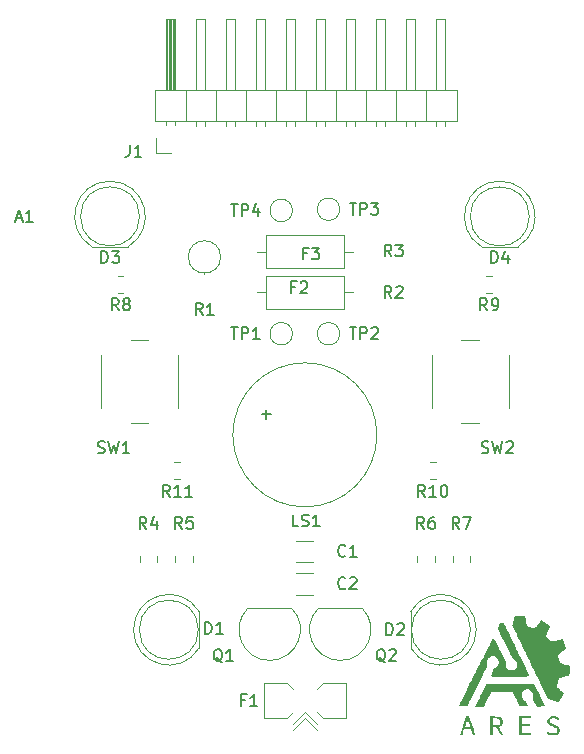
<source format=gbr>
%TF.GenerationSoftware,KiCad,Pcbnew,(6.0.10)*%
%TF.CreationDate,2023-08-29T00:03:06+02:00*%
%TF.ProjectId,Rentree ARES,52656e74-7265-4652-9041-5245532e6b69,rev?*%
%TF.SameCoordinates,Original*%
%TF.FileFunction,Legend,Top*%
%TF.FilePolarity,Positive*%
%FSLAX46Y46*%
G04 Gerber Fmt 4.6, Leading zero omitted, Abs format (unit mm)*
G04 Created by KiCad (PCBNEW (6.0.10)) date 2023-08-29 00:03:06*
%MOMM*%
%LPD*%
G01*
G04 APERTURE LIST*
%ADD10C,0.150000*%
%ADD11C,0.120000*%
G04 APERTURE END LIST*
D10*
%TO.C,F2*%
X124166666Y-98988571D02*
X123833333Y-98988571D01*
X123833333Y-99512380D02*
X123833333Y-98512380D01*
X124309523Y-98512380D01*
X124642857Y-98607619D02*
X124690476Y-98560000D01*
X124785714Y-98512380D01*
X125023809Y-98512380D01*
X125119047Y-98560000D01*
X125166666Y-98607619D01*
X125214285Y-98702857D01*
X125214285Y-98798095D01*
X125166666Y-98940952D01*
X124595238Y-99512380D01*
X125214285Y-99512380D01*
%TO.C,F3*%
X125166666Y-96118571D02*
X124833333Y-96118571D01*
X124833333Y-96642380D02*
X124833333Y-95642380D01*
X125309523Y-95642380D01*
X125595238Y-95642380D02*
X126214285Y-95642380D01*
X125880952Y-96023333D01*
X126023809Y-96023333D01*
X126119047Y-96070952D01*
X126166666Y-96118571D01*
X126214285Y-96213809D01*
X126214285Y-96451904D01*
X126166666Y-96547142D01*
X126119047Y-96594761D01*
X126023809Y-96642380D01*
X125738095Y-96642380D01*
X125642857Y-96594761D01*
X125595238Y-96547142D01*
%TO.C,R2*%
X132333333Y-99892380D02*
X132000000Y-99416190D01*
X131761904Y-99892380D02*
X131761904Y-98892380D01*
X132142857Y-98892380D01*
X132238095Y-98940000D01*
X132285714Y-98987619D01*
X132333333Y-99082857D01*
X132333333Y-99225714D01*
X132285714Y-99320952D01*
X132238095Y-99368571D01*
X132142857Y-99416190D01*
X131761904Y-99416190D01*
X132714285Y-98987619D02*
X132761904Y-98940000D01*
X132857142Y-98892380D01*
X133095238Y-98892380D01*
X133190476Y-98940000D01*
X133238095Y-98987619D01*
X133285714Y-99082857D01*
X133285714Y-99178095D01*
X133238095Y-99320952D01*
X132666666Y-99892380D01*
X133285714Y-99892380D01*
%TO.C,A1*%
X100535714Y-93166666D02*
X101011904Y-93166666D01*
X100440476Y-93452380D02*
X100773809Y-92452380D01*
X101107142Y-93452380D01*
X101964285Y-93452380D02*
X101392857Y-93452380D01*
X101678571Y-93452380D02*
X101678571Y-92452380D01*
X101583333Y-92595238D01*
X101488095Y-92690476D01*
X101392857Y-92738095D01*
%TO.C,F1*%
X119916666Y-133928571D02*
X119583333Y-133928571D01*
X119583333Y-134452380D02*
X119583333Y-133452380D01*
X120059523Y-133452380D01*
X120964285Y-134452380D02*
X120392857Y-134452380D01*
X120678571Y-134452380D02*
X120678571Y-133452380D01*
X120583333Y-133595238D01*
X120488095Y-133690476D01*
X120392857Y-133738095D01*
%TO.C,C1*%
X128433333Y-121717142D02*
X128385714Y-121764761D01*
X128242857Y-121812380D01*
X128147619Y-121812380D01*
X128004761Y-121764761D01*
X127909523Y-121669523D01*
X127861904Y-121574285D01*
X127814285Y-121383809D01*
X127814285Y-121240952D01*
X127861904Y-121050476D01*
X127909523Y-120955238D01*
X128004761Y-120860000D01*
X128147619Y-120812380D01*
X128242857Y-120812380D01*
X128385714Y-120860000D01*
X128433333Y-120907619D01*
X129385714Y-121812380D02*
X128814285Y-121812380D01*
X129100000Y-121812380D02*
X129100000Y-120812380D01*
X129004761Y-120955238D01*
X128909523Y-121050476D01*
X128814285Y-121098095D01*
%TO.C,C2*%
X128433333Y-124467142D02*
X128385714Y-124514761D01*
X128242857Y-124562380D01*
X128147619Y-124562380D01*
X128004761Y-124514761D01*
X127909523Y-124419523D01*
X127861904Y-124324285D01*
X127814285Y-124133809D01*
X127814285Y-123990952D01*
X127861904Y-123800476D01*
X127909523Y-123705238D01*
X128004761Y-123610000D01*
X128147619Y-123562380D01*
X128242857Y-123562380D01*
X128385714Y-123610000D01*
X128433333Y-123657619D01*
X128814285Y-123657619D02*
X128861904Y-123610000D01*
X128957142Y-123562380D01*
X129195238Y-123562380D01*
X129290476Y-123610000D01*
X129338095Y-123657619D01*
X129385714Y-123752857D01*
X129385714Y-123848095D01*
X129338095Y-123990952D01*
X128766666Y-124562380D01*
X129385714Y-124562380D01*
%TO.C,D1*%
X116536904Y-128352380D02*
X116536904Y-127352380D01*
X116775000Y-127352380D01*
X116917857Y-127400000D01*
X117013095Y-127495238D01*
X117060714Y-127590476D01*
X117108333Y-127780952D01*
X117108333Y-127923809D01*
X117060714Y-128114285D01*
X117013095Y-128209523D01*
X116917857Y-128304761D01*
X116775000Y-128352380D01*
X116536904Y-128352380D01*
X118060714Y-128352380D02*
X117489285Y-128352380D01*
X117775000Y-128352380D02*
X117775000Y-127352380D01*
X117679761Y-127495238D01*
X117584523Y-127590476D01*
X117489285Y-127638095D01*
%TO.C,D2*%
X131886904Y-128452380D02*
X131886904Y-127452380D01*
X132125000Y-127452380D01*
X132267857Y-127500000D01*
X132363095Y-127595238D01*
X132410714Y-127690476D01*
X132458333Y-127880952D01*
X132458333Y-128023809D01*
X132410714Y-128214285D01*
X132363095Y-128309523D01*
X132267857Y-128404761D01*
X132125000Y-128452380D01*
X131886904Y-128452380D01*
X132839285Y-127547619D02*
X132886904Y-127500000D01*
X132982142Y-127452380D01*
X133220238Y-127452380D01*
X133315476Y-127500000D01*
X133363095Y-127547619D01*
X133410714Y-127642857D01*
X133410714Y-127738095D01*
X133363095Y-127880952D01*
X132791666Y-128452380D01*
X133410714Y-128452380D01*
%TO.C,D3*%
X107761904Y-96952380D02*
X107761904Y-95952380D01*
X108000000Y-95952380D01*
X108142857Y-96000000D01*
X108238095Y-96095238D01*
X108285714Y-96190476D01*
X108333333Y-96380952D01*
X108333333Y-96523809D01*
X108285714Y-96714285D01*
X108238095Y-96809523D01*
X108142857Y-96904761D01*
X108000000Y-96952380D01*
X107761904Y-96952380D01*
X108666666Y-95952380D02*
X109285714Y-95952380D01*
X108952380Y-96333333D01*
X109095238Y-96333333D01*
X109190476Y-96380952D01*
X109238095Y-96428571D01*
X109285714Y-96523809D01*
X109285714Y-96761904D01*
X109238095Y-96857142D01*
X109190476Y-96904761D01*
X109095238Y-96952380D01*
X108809523Y-96952380D01*
X108714285Y-96904761D01*
X108666666Y-96857142D01*
%TO.C,D4*%
X140761904Y-96952380D02*
X140761904Y-95952380D01*
X141000000Y-95952380D01*
X141142857Y-96000000D01*
X141238095Y-96095238D01*
X141285714Y-96190476D01*
X141333333Y-96380952D01*
X141333333Y-96523809D01*
X141285714Y-96714285D01*
X141238095Y-96809523D01*
X141142857Y-96904761D01*
X141000000Y-96952380D01*
X140761904Y-96952380D01*
X142190476Y-96285714D02*
X142190476Y-96952380D01*
X141952380Y-95904761D02*
X141714285Y-96619047D01*
X142333333Y-96619047D01*
%TO.C,J1*%
X110166666Y-86952380D02*
X110166666Y-87666666D01*
X110119047Y-87809523D01*
X110023809Y-87904761D01*
X109880952Y-87952380D01*
X109785714Y-87952380D01*
X111166666Y-87952380D02*
X110595238Y-87952380D01*
X110880952Y-87952380D02*
X110880952Y-86952380D01*
X110785714Y-87095238D01*
X110690476Y-87190476D01*
X110595238Y-87238095D01*
%TO.C,LS1*%
X124457142Y-119252380D02*
X123980952Y-119252380D01*
X123980952Y-118252380D01*
X124742857Y-119204761D02*
X124885714Y-119252380D01*
X125123809Y-119252380D01*
X125219047Y-119204761D01*
X125266666Y-119157142D01*
X125314285Y-119061904D01*
X125314285Y-118966666D01*
X125266666Y-118871428D01*
X125219047Y-118823809D01*
X125123809Y-118776190D01*
X124933333Y-118728571D01*
X124838095Y-118680952D01*
X124790476Y-118633333D01*
X124742857Y-118538095D01*
X124742857Y-118442857D01*
X124790476Y-118347619D01*
X124838095Y-118300000D01*
X124933333Y-118252380D01*
X125171428Y-118252380D01*
X125314285Y-118300000D01*
X126266666Y-119252380D02*
X125695238Y-119252380D01*
X125980952Y-119252380D02*
X125980952Y-118252380D01*
X125885714Y-118395238D01*
X125790476Y-118490476D01*
X125695238Y-118538095D01*
X121369047Y-109771428D02*
X122130952Y-109771428D01*
X121750000Y-110152380D02*
X121750000Y-109390476D01*
%TO.C,R1*%
X116333333Y-101352380D02*
X116000000Y-100876190D01*
X115761904Y-101352380D02*
X115761904Y-100352380D01*
X116142857Y-100352380D01*
X116238095Y-100400000D01*
X116285714Y-100447619D01*
X116333333Y-100542857D01*
X116333333Y-100685714D01*
X116285714Y-100780952D01*
X116238095Y-100828571D01*
X116142857Y-100876190D01*
X115761904Y-100876190D01*
X117285714Y-101352380D02*
X116714285Y-101352380D01*
X117000000Y-101352380D02*
X117000000Y-100352380D01*
X116904761Y-100495238D01*
X116809523Y-100590476D01*
X116714285Y-100638095D01*
%TO.C,R4*%
X111583333Y-119452380D02*
X111250000Y-118976190D01*
X111011904Y-119452380D02*
X111011904Y-118452380D01*
X111392857Y-118452380D01*
X111488095Y-118500000D01*
X111535714Y-118547619D01*
X111583333Y-118642857D01*
X111583333Y-118785714D01*
X111535714Y-118880952D01*
X111488095Y-118928571D01*
X111392857Y-118976190D01*
X111011904Y-118976190D01*
X112440476Y-118785714D02*
X112440476Y-119452380D01*
X112202380Y-118404761D02*
X111964285Y-119119047D01*
X112583333Y-119119047D01*
%TO.C,R5*%
X114583333Y-119452380D02*
X114250000Y-118976190D01*
X114011904Y-119452380D02*
X114011904Y-118452380D01*
X114392857Y-118452380D01*
X114488095Y-118500000D01*
X114535714Y-118547619D01*
X114583333Y-118642857D01*
X114583333Y-118785714D01*
X114535714Y-118880952D01*
X114488095Y-118928571D01*
X114392857Y-118976190D01*
X114011904Y-118976190D01*
X115488095Y-118452380D02*
X115011904Y-118452380D01*
X114964285Y-118928571D01*
X115011904Y-118880952D01*
X115107142Y-118833333D01*
X115345238Y-118833333D01*
X115440476Y-118880952D01*
X115488095Y-118928571D01*
X115535714Y-119023809D01*
X115535714Y-119261904D01*
X115488095Y-119357142D01*
X115440476Y-119404761D01*
X115345238Y-119452380D01*
X115107142Y-119452380D01*
X115011904Y-119404761D01*
X114964285Y-119357142D01*
%TO.C,R6*%
X135083333Y-119452380D02*
X134750000Y-118976190D01*
X134511904Y-119452380D02*
X134511904Y-118452380D01*
X134892857Y-118452380D01*
X134988095Y-118500000D01*
X135035714Y-118547619D01*
X135083333Y-118642857D01*
X135083333Y-118785714D01*
X135035714Y-118880952D01*
X134988095Y-118928571D01*
X134892857Y-118976190D01*
X134511904Y-118976190D01*
X135940476Y-118452380D02*
X135750000Y-118452380D01*
X135654761Y-118500000D01*
X135607142Y-118547619D01*
X135511904Y-118690476D01*
X135464285Y-118880952D01*
X135464285Y-119261904D01*
X135511904Y-119357142D01*
X135559523Y-119404761D01*
X135654761Y-119452380D01*
X135845238Y-119452380D01*
X135940476Y-119404761D01*
X135988095Y-119357142D01*
X136035714Y-119261904D01*
X136035714Y-119023809D01*
X135988095Y-118928571D01*
X135940476Y-118880952D01*
X135845238Y-118833333D01*
X135654761Y-118833333D01*
X135559523Y-118880952D01*
X135511904Y-118928571D01*
X135464285Y-119023809D01*
%TO.C,R7*%
X138083333Y-119452380D02*
X137750000Y-118976190D01*
X137511904Y-119452380D02*
X137511904Y-118452380D01*
X137892857Y-118452380D01*
X137988095Y-118500000D01*
X138035714Y-118547619D01*
X138083333Y-118642857D01*
X138083333Y-118785714D01*
X138035714Y-118880952D01*
X137988095Y-118928571D01*
X137892857Y-118976190D01*
X137511904Y-118976190D01*
X138416666Y-118452380D02*
X139083333Y-118452380D01*
X138654761Y-119452380D01*
%TO.C,R8*%
X109233333Y-100952380D02*
X108900000Y-100476190D01*
X108661904Y-100952380D02*
X108661904Y-99952380D01*
X109042857Y-99952380D01*
X109138095Y-100000000D01*
X109185714Y-100047619D01*
X109233333Y-100142857D01*
X109233333Y-100285714D01*
X109185714Y-100380952D01*
X109138095Y-100428571D01*
X109042857Y-100476190D01*
X108661904Y-100476190D01*
X109804761Y-100380952D02*
X109709523Y-100333333D01*
X109661904Y-100285714D01*
X109614285Y-100190476D01*
X109614285Y-100142857D01*
X109661904Y-100047619D01*
X109709523Y-100000000D01*
X109804761Y-99952380D01*
X109995238Y-99952380D01*
X110090476Y-100000000D01*
X110138095Y-100047619D01*
X110185714Y-100142857D01*
X110185714Y-100190476D01*
X110138095Y-100285714D01*
X110090476Y-100333333D01*
X109995238Y-100380952D01*
X109804761Y-100380952D01*
X109709523Y-100428571D01*
X109661904Y-100476190D01*
X109614285Y-100571428D01*
X109614285Y-100761904D01*
X109661904Y-100857142D01*
X109709523Y-100904761D01*
X109804761Y-100952380D01*
X109995238Y-100952380D01*
X110090476Y-100904761D01*
X110138095Y-100857142D01*
X110185714Y-100761904D01*
X110185714Y-100571428D01*
X110138095Y-100476190D01*
X110090476Y-100428571D01*
X109995238Y-100380952D01*
%TO.C,R9*%
X140420833Y-100952380D02*
X140087500Y-100476190D01*
X139849404Y-100952380D02*
X139849404Y-99952380D01*
X140230357Y-99952380D01*
X140325595Y-100000000D01*
X140373214Y-100047619D01*
X140420833Y-100142857D01*
X140420833Y-100285714D01*
X140373214Y-100380952D01*
X140325595Y-100428571D01*
X140230357Y-100476190D01*
X139849404Y-100476190D01*
X140897023Y-100952380D02*
X141087500Y-100952380D01*
X141182738Y-100904761D01*
X141230357Y-100857142D01*
X141325595Y-100714285D01*
X141373214Y-100523809D01*
X141373214Y-100142857D01*
X141325595Y-100047619D01*
X141277976Y-100000000D01*
X141182738Y-99952380D01*
X140992261Y-99952380D01*
X140897023Y-100000000D01*
X140849404Y-100047619D01*
X140801785Y-100142857D01*
X140801785Y-100380952D01*
X140849404Y-100476190D01*
X140897023Y-100523809D01*
X140992261Y-100571428D01*
X141182738Y-100571428D01*
X141277976Y-100523809D01*
X141325595Y-100476190D01*
X141373214Y-100380952D01*
%TO.C,R10*%
X135157142Y-116752380D02*
X134823809Y-116276190D01*
X134585714Y-116752380D02*
X134585714Y-115752380D01*
X134966666Y-115752380D01*
X135061904Y-115800000D01*
X135109523Y-115847619D01*
X135157142Y-115942857D01*
X135157142Y-116085714D01*
X135109523Y-116180952D01*
X135061904Y-116228571D01*
X134966666Y-116276190D01*
X134585714Y-116276190D01*
X136109523Y-116752380D02*
X135538095Y-116752380D01*
X135823809Y-116752380D02*
X135823809Y-115752380D01*
X135728571Y-115895238D01*
X135633333Y-115990476D01*
X135538095Y-116038095D01*
X136728571Y-115752380D02*
X136823809Y-115752380D01*
X136919047Y-115800000D01*
X136966666Y-115847619D01*
X137014285Y-115942857D01*
X137061904Y-116133333D01*
X137061904Y-116371428D01*
X137014285Y-116561904D01*
X136966666Y-116657142D01*
X136919047Y-116704761D01*
X136823809Y-116752380D01*
X136728571Y-116752380D01*
X136633333Y-116704761D01*
X136585714Y-116657142D01*
X136538095Y-116561904D01*
X136490476Y-116371428D01*
X136490476Y-116133333D01*
X136538095Y-115942857D01*
X136585714Y-115847619D01*
X136633333Y-115800000D01*
X136728571Y-115752380D01*
%TO.C,R11*%
X113557142Y-116752380D02*
X113223809Y-116276190D01*
X112985714Y-116752380D02*
X112985714Y-115752380D01*
X113366666Y-115752380D01*
X113461904Y-115800000D01*
X113509523Y-115847619D01*
X113557142Y-115942857D01*
X113557142Y-116085714D01*
X113509523Y-116180952D01*
X113461904Y-116228571D01*
X113366666Y-116276190D01*
X112985714Y-116276190D01*
X114509523Y-116752380D02*
X113938095Y-116752380D01*
X114223809Y-116752380D02*
X114223809Y-115752380D01*
X114128571Y-115895238D01*
X114033333Y-115990476D01*
X113938095Y-116038095D01*
X115461904Y-116752380D02*
X114890476Y-116752380D01*
X115176190Y-116752380D02*
X115176190Y-115752380D01*
X115080952Y-115895238D01*
X114985714Y-115990476D01*
X114890476Y-116038095D01*
%TO.C,TP1*%
X118738095Y-102392380D02*
X119309523Y-102392380D01*
X119023809Y-103392380D02*
X119023809Y-102392380D01*
X119642857Y-103392380D02*
X119642857Y-102392380D01*
X120023809Y-102392380D01*
X120119047Y-102440000D01*
X120166666Y-102487619D01*
X120214285Y-102582857D01*
X120214285Y-102725714D01*
X120166666Y-102820952D01*
X120119047Y-102868571D01*
X120023809Y-102916190D01*
X119642857Y-102916190D01*
X121166666Y-103392380D02*
X120595238Y-103392380D01*
X120880952Y-103392380D02*
X120880952Y-102392380D01*
X120785714Y-102535238D01*
X120690476Y-102630476D01*
X120595238Y-102678095D01*
%TO.C,TP2*%
X128778095Y-102392380D02*
X129349523Y-102392380D01*
X129063809Y-103392380D02*
X129063809Y-102392380D01*
X129682857Y-103392380D02*
X129682857Y-102392380D01*
X130063809Y-102392380D01*
X130159047Y-102440000D01*
X130206666Y-102487619D01*
X130254285Y-102582857D01*
X130254285Y-102725714D01*
X130206666Y-102820952D01*
X130159047Y-102868571D01*
X130063809Y-102916190D01*
X129682857Y-102916190D01*
X130635238Y-102487619D02*
X130682857Y-102440000D01*
X130778095Y-102392380D01*
X131016190Y-102392380D01*
X131111428Y-102440000D01*
X131159047Y-102487619D01*
X131206666Y-102582857D01*
X131206666Y-102678095D01*
X131159047Y-102820952D01*
X130587619Y-103392380D01*
X131206666Y-103392380D01*
%TO.C,TP3*%
X128778095Y-91852380D02*
X129349523Y-91852380D01*
X129063809Y-92852380D02*
X129063809Y-91852380D01*
X129682857Y-92852380D02*
X129682857Y-91852380D01*
X130063809Y-91852380D01*
X130159047Y-91900000D01*
X130206666Y-91947619D01*
X130254285Y-92042857D01*
X130254285Y-92185714D01*
X130206666Y-92280952D01*
X130159047Y-92328571D01*
X130063809Y-92376190D01*
X129682857Y-92376190D01*
X130587619Y-91852380D02*
X131206666Y-91852380D01*
X130873333Y-92233333D01*
X131016190Y-92233333D01*
X131111428Y-92280952D01*
X131159047Y-92328571D01*
X131206666Y-92423809D01*
X131206666Y-92661904D01*
X131159047Y-92757142D01*
X131111428Y-92804761D01*
X131016190Y-92852380D01*
X130730476Y-92852380D01*
X130635238Y-92804761D01*
X130587619Y-92757142D01*
%TO.C,TP4*%
X118738095Y-91952380D02*
X119309523Y-91952380D01*
X119023809Y-92952380D02*
X119023809Y-91952380D01*
X119642857Y-92952380D02*
X119642857Y-91952380D01*
X120023809Y-91952380D01*
X120119047Y-92000000D01*
X120166666Y-92047619D01*
X120214285Y-92142857D01*
X120214285Y-92285714D01*
X120166666Y-92380952D01*
X120119047Y-92428571D01*
X120023809Y-92476190D01*
X119642857Y-92476190D01*
X121071428Y-92285714D02*
X121071428Y-92952380D01*
X120833333Y-91904761D02*
X120595238Y-92619047D01*
X121214285Y-92619047D01*
%TO.C,R3*%
X132333333Y-96392380D02*
X132000000Y-95916190D01*
X131761904Y-96392380D02*
X131761904Y-95392380D01*
X132142857Y-95392380D01*
X132238095Y-95440000D01*
X132285714Y-95487619D01*
X132333333Y-95582857D01*
X132333333Y-95725714D01*
X132285714Y-95820952D01*
X132238095Y-95868571D01*
X132142857Y-95916190D01*
X131761904Y-95916190D01*
X132666666Y-95392380D02*
X133285714Y-95392380D01*
X132952380Y-95773333D01*
X133095238Y-95773333D01*
X133190476Y-95820952D01*
X133238095Y-95868571D01*
X133285714Y-95963809D01*
X133285714Y-96201904D01*
X133238095Y-96297142D01*
X133190476Y-96344761D01*
X133095238Y-96392380D01*
X132809523Y-96392380D01*
X132714285Y-96344761D01*
X132666666Y-96297142D01*
%TO.C,SW1*%
X107466666Y-113004761D02*
X107609523Y-113052380D01*
X107847619Y-113052380D01*
X107942857Y-113004761D01*
X107990476Y-112957142D01*
X108038095Y-112861904D01*
X108038095Y-112766666D01*
X107990476Y-112671428D01*
X107942857Y-112623809D01*
X107847619Y-112576190D01*
X107657142Y-112528571D01*
X107561904Y-112480952D01*
X107514285Y-112433333D01*
X107466666Y-112338095D01*
X107466666Y-112242857D01*
X107514285Y-112147619D01*
X107561904Y-112100000D01*
X107657142Y-112052380D01*
X107895238Y-112052380D01*
X108038095Y-112100000D01*
X108371428Y-112052380D02*
X108609523Y-113052380D01*
X108800000Y-112338095D01*
X108990476Y-113052380D01*
X109228571Y-112052380D01*
X110133333Y-113052380D02*
X109561904Y-113052380D01*
X109847619Y-113052380D02*
X109847619Y-112052380D01*
X109752380Y-112195238D01*
X109657142Y-112290476D01*
X109561904Y-112338095D01*
%TO.C,SW2*%
X139966666Y-113004761D02*
X140109523Y-113052380D01*
X140347619Y-113052380D01*
X140442857Y-113004761D01*
X140490476Y-112957142D01*
X140538095Y-112861904D01*
X140538095Y-112766666D01*
X140490476Y-112671428D01*
X140442857Y-112623809D01*
X140347619Y-112576190D01*
X140157142Y-112528571D01*
X140061904Y-112480952D01*
X140014285Y-112433333D01*
X139966666Y-112338095D01*
X139966666Y-112242857D01*
X140014285Y-112147619D01*
X140061904Y-112100000D01*
X140157142Y-112052380D01*
X140395238Y-112052380D01*
X140538095Y-112100000D01*
X140871428Y-112052380D02*
X141109523Y-113052380D01*
X141300000Y-112338095D01*
X141490476Y-113052380D01*
X141728571Y-112052380D01*
X142061904Y-112147619D02*
X142109523Y-112100000D01*
X142204761Y-112052380D01*
X142442857Y-112052380D01*
X142538095Y-112100000D01*
X142585714Y-112147619D01*
X142633333Y-112242857D01*
X142633333Y-112338095D01*
X142585714Y-112480952D01*
X142014285Y-113052380D01*
X142633333Y-113052380D01*
%TO.C,Q1*%
X118004761Y-130747619D02*
X117909523Y-130700000D01*
X117814285Y-130604761D01*
X117671428Y-130461904D01*
X117576190Y-130414285D01*
X117480952Y-130414285D01*
X117528571Y-130652380D02*
X117433333Y-130604761D01*
X117338095Y-130509523D01*
X117290476Y-130319047D01*
X117290476Y-129985714D01*
X117338095Y-129795238D01*
X117433333Y-129700000D01*
X117528571Y-129652380D01*
X117719047Y-129652380D01*
X117814285Y-129700000D01*
X117909523Y-129795238D01*
X117957142Y-129985714D01*
X117957142Y-130319047D01*
X117909523Y-130509523D01*
X117814285Y-130604761D01*
X117719047Y-130652380D01*
X117528571Y-130652380D01*
X118909523Y-130652380D02*
X118338095Y-130652380D01*
X118623809Y-130652380D02*
X118623809Y-129652380D01*
X118528571Y-129795238D01*
X118433333Y-129890476D01*
X118338095Y-129938095D01*
%TO.C,Q2*%
X131804761Y-130747619D02*
X131709523Y-130700000D01*
X131614285Y-130604761D01*
X131471428Y-130461904D01*
X131376190Y-130414285D01*
X131280952Y-130414285D01*
X131328571Y-130652380D02*
X131233333Y-130604761D01*
X131138095Y-130509523D01*
X131090476Y-130319047D01*
X131090476Y-129985714D01*
X131138095Y-129795238D01*
X131233333Y-129700000D01*
X131328571Y-129652380D01*
X131519047Y-129652380D01*
X131614285Y-129700000D01*
X131709523Y-129795238D01*
X131757142Y-129985714D01*
X131757142Y-130319047D01*
X131709523Y-130509523D01*
X131614285Y-130604761D01*
X131519047Y-130652380D01*
X131328571Y-130652380D01*
X132138095Y-129747619D02*
X132185714Y-129700000D01*
X132280952Y-129652380D01*
X132519047Y-129652380D01*
X132614285Y-129700000D01*
X132661904Y-129747619D01*
X132709523Y-129842857D01*
X132709523Y-129938095D01*
X132661904Y-130080952D01*
X132090476Y-130652380D01*
X132709523Y-130652380D01*
D11*
%TO.C,R2*%
X129040000Y-99440000D02*
X128270000Y-99440000D01*
X120960000Y-99440000D02*
X121730000Y-99440000D01*
X121730000Y-98070000D02*
X121730000Y-100810000D01*
X128270000Y-100810000D02*
X128270000Y-98070000D01*
X121730000Y-100810000D02*
X128270000Y-100810000D01*
X128270000Y-98070000D02*
X121730000Y-98070000D01*
%TO.C,REF\u002A\u002A*%
G36*
X143672928Y-126892351D02*
G01*
X143678684Y-126932079D01*
X143687419Y-126993511D01*
X143698465Y-127071893D01*
X143711154Y-127162468D01*
X143724818Y-127260484D01*
X143736748Y-127346450D01*
X143786222Y-127703730D01*
X143840877Y-127717061D01*
X143980592Y-127754530D01*
X144121397Y-127798439D01*
X144250437Y-127844734D01*
X144268561Y-127851864D01*
X144330169Y-127875617D01*
X144371894Y-127889329D01*
X144398143Y-127894062D01*
X144413323Y-127890878D01*
X144417245Y-127887667D01*
X144429571Y-127873860D01*
X144457325Y-127842384D01*
X144498362Y-127795683D01*
X144550539Y-127736202D01*
X144611711Y-127666384D01*
X144679734Y-127588676D01*
X144736877Y-127523344D01*
X144808490Y-127441459D01*
X144874672Y-127365815D01*
X144933330Y-127298800D01*
X144982371Y-127242807D01*
X145019702Y-127200223D01*
X145043230Y-127173439D01*
X145050717Y-127164985D01*
X145063224Y-127170141D01*
X145093471Y-127189803D01*
X145138463Y-127221641D01*
X145195203Y-127263325D01*
X145260699Y-127312524D01*
X145331953Y-127366908D01*
X145405973Y-127424147D01*
X145479762Y-127481911D01*
X145550327Y-127537870D01*
X145614671Y-127589694D01*
X145669800Y-127635051D01*
X145712720Y-127671613D01*
X145740435Y-127697049D01*
X145749951Y-127709025D01*
X145744911Y-127724569D01*
X145731431Y-127762063D01*
X145710626Y-127818516D01*
X145683610Y-127890934D01*
X145651498Y-127976329D01*
X145615404Y-128071706D01*
X145586020Y-128148967D01*
X145423926Y-128574273D01*
X145542087Y-128685505D01*
X145599905Y-128742552D01*
X145660859Y-128806988D01*
X145716211Y-128869390D01*
X145745249Y-128904651D01*
X145792770Y-128961672D01*
X145827438Y-128995787D01*
X145849098Y-129006846D01*
X145851113Y-129006537D01*
X145882965Y-128998361D01*
X145934840Y-128986261D01*
X146003200Y-128970973D01*
X146084507Y-128953232D01*
X146175224Y-128933774D01*
X146271813Y-128913333D01*
X146370735Y-128892647D01*
X146468453Y-128872449D01*
X146561430Y-128853475D01*
X146646127Y-128836461D01*
X146719007Y-128822142D01*
X146776531Y-128811254D01*
X146815163Y-128804531D01*
X146831364Y-128802710D01*
X146831488Y-128802746D01*
X146838885Y-128815925D01*
X146853763Y-128850469D01*
X146874711Y-128902563D01*
X146900317Y-128968387D01*
X146929168Y-129044125D01*
X146959852Y-129125958D01*
X146990956Y-129210070D01*
X147021068Y-129292641D01*
X147048777Y-129369855D01*
X147072670Y-129437893D01*
X147091334Y-129492938D01*
X147103357Y-129531172D01*
X147107342Y-129548460D01*
X147097739Y-129559140D01*
X147070551Y-129585388D01*
X147028150Y-129625017D01*
X146972905Y-129675841D01*
X146907185Y-129735672D01*
X146833361Y-129802326D01*
X146790090Y-129841165D01*
X146711849Y-129911256D01*
X146639433Y-129976140D01*
X146575392Y-130033531D01*
X146522278Y-130081144D01*
X146482640Y-130116693D01*
X146459030Y-130137890D01*
X146453948Y-130142469D01*
X146445855Y-130154062D01*
X146444192Y-130172366D01*
X146449637Y-130202806D01*
X146462869Y-130250809D01*
X146470786Y-130277103D01*
X146496077Y-130365667D01*
X146520922Y-130462745D01*
X146543672Y-130560980D01*
X146562677Y-130653013D01*
X146576287Y-130731485D01*
X146581279Y-130769965D01*
X146589749Y-130851602D01*
X146951999Y-130928139D01*
X147050307Y-130948902D01*
X147143175Y-130968503D01*
X147226463Y-130986069D01*
X147296032Y-131000727D01*
X147347742Y-131011604D01*
X147377423Y-131017821D01*
X147440597Y-131030967D01*
X147433997Y-131126735D01*
X147431485Y-131168243D01*
X147428127Y-131231092D01*
X147424188Y-131309937D01*
X147419933Y-131399434D01*
X147415624Y-131494238D01*
X147413785Y-131536102D01*
X147409551Y-131624990D01*
X147405031Y-131704816D01*
X147400499Y-131771761D01*
X147396232Y-131822005D01*
X147392504Y-131851728D01*
X147390597Y-131858165D01*
X147375760Y-131863310D01*
X147338112Y-131873980D01*
X147280786Y-131889355D01*
X147206914Y-131908613D01*
X147119630Y-131930936D01*
X147022066Y-131955501D01*
X146957789Y-131971499D01*
X146534558Y-132076369D01*
X146505274Y-132196965D01*
X146464048Y-132352753D01*
X146415412Y-132509000D01*
X146356154Y-132676152D01*
X146334079Y-132738965D01*
X146319446Y-132788209D01*
X146313328Y-132819882D01*
X146315014Y-132829727D01*
X146341576Y-132849214D01*
X146382831Y-132881489D01*
X146435758Y-132924021D01*
X146497336Y-132974278D01*
X146564545Y-133029727D01*
X146634363Y-133087838D01*
X146703770Y-133146078D01*
X146769744Y-133201916D01*
X146829265Y-133252818D01*
X146879312Y-133296254D01*
X146916864Y-133329691D01*
X146938900Y-133350597D01*
X146943465Y-133356461D01*
X146935394Y-133370520D01*
X146914539Y-133404266D01*
X146882633Y-133454965D01*
X146841410Y-133519886D01*
X146792601Y-133596296D01*
X146737941Y-133681462D01*
X146699293Y-133741464D01*
X146633665Y-133842262D01*
X146575424Y-133929809D01*
X146525832Y-134002307D01*
X146486151Y-134057955D01*
X146457640Y-134094953D01*
X146441561Y-134111501D01*
X146439538Y-134112231D01*
X146422324Y-134108091D01*
X146382869Y-134096765D01*
X146324365Y-134079227D01*
X146250003Y-134056452D01*
X146162974Y-134029412D01*
X146066468Y-133999082D01*
X146008292Y-133980647D01*
X145908511Y-133948808D01*
X145817087Y-133919395D01*
X145737081Y-133893412D01*
X145671554Y-133871862D01*
X145623566Y-133855748D01*
X145596178Y-133846075D01*
X145590919Y-133843793D01*
X145584321Y-133831128D01*
X145566644Y-133795668D01*
X145538486Y-133738640D01*
X145500443Y-133661271D01*
X145453113Y-133564787D01*
X145397094Y-133450415D01*
X145332983Y-133319381D01*
X145261377Y-133172913D01*
X145182874Y-133012236D01*
X145098071Y-132838577D01*
X145007565Y-132653163D01*
X144911954Y-132457220D01*
X144811836Y-132251976D01*
X144707807Y-132038656D01*
X144600465Y-131818487D01*
X144490407Y-131592696D01*
X144378231Y-131362510D01*
X144264535Y-131129155D01*
X144149915Y-130893857D01*
X144034969Y-130657843D01*
X143920295Y-130422341D01*
X143806489Y-130188576D01*
X143694149Y-129957774D01*
X143583873Y-129731164D01*
X143476258Y-129509970D01*
X143371901Y-129295421D01*
X143271400Y-129088742D01*
X143175352Y-128891160D01*
X143084355Y-128703901D01*
X142999005Y-128528193D01*
X142919901Y-128365262D01*
X142847639Y-128216334D01*
X142782818Y-128082636D01*
X142726034Y-127965395D01*
X142677885Y-127865837D01*
X142638968Y-127785189D01*
X142609880Y-127724677D01*
X142591220Y-127685528D01*
X142583584Y-127668969D01*
X142583543Y-127668863D01*
X142577491Y-127652112D01*
X142573577Y-127635749D01*
X142572344Y-127616495D01*
X142574335Y-127591066D01*
X142580094Y-127556182D01*
X142590162Y-127508560D01*
X142605084Y-127444920D01*
X142625403Y-127361978D01*
X142651662Y-127256453D01*
X142652054Y-127254878D01*
X142676190Y-127158219D01*
X142698840Y-127067710D01*
X142719015Y-126987289D01*
X142735726Y-126920891D01*
X142747985Y-126872454D01*
X142754801Y-126845913D01*
X142754881Y-126845610D01*
X142768117Y-126795531D01*
X143658583Y-126795531D01*
X143672928Y-126892351D01*
G37*
G36*
X144142587Y-135502577D02*
G01*
X143368034Y-135502577D01*
X143368034Y-135996688D01*
X144022398Y-135996688D01*
X144022398Y-136170295D01*
X143368034Y-136170295D01*
X143368034Y-136744532D01*
X144169296Y-136744532D01*
X144169296Y-136918139D01*
X143167719Y-136918139D01*
X143167719Y-135342324D01*
X144142587Y-135342324D01*
X144142587Y-135502577D01*
G37*
G36*
X146155068Y-135317770D02*
G01*
X146269245Y-135346237D01*
X146358289Y-135383429D01*
X146410519Y-135411920D01*
X146457570Y-135441696D01*
X146490825Y-135467208D01*
X146495455Y-135471720D01*
X146531211Y-135509254D01*
X146480817Y-135568137D01*
X146430424Y-135627020D01*
X146350046Y-135577408D01*
X146297954Y-135548324D01*
X146243611Y-135522757D01*
X146205583Y-135508509D01*
X146147826Y-135496773D01*
X146077781Y-135490684D01*
X146005606Y-135490381D01*
X145941460Y-135496000D01*
X145904017Y-135504421D01*
X145834364Y-135538474D01*
X145781070Y-135586129D01*
X145746225Y-135643104D01*
X145731917Y-135705120D01*
X145740236Y-135767898D01*
X145757378Y-135804842D01*
X145782395Y-135838776D01*
X145816040Y-135870139D01*
X145862123Y-135901377D01*
X145924457Y-135934939D01*
X146006854Y-135973273D01*
X146046736Y-135990686D01*
X146162966Y-136041352D01*
X146257223Y-136084141D01*
X146332412Y-136120894D01*
X146391438Y-136153454D01*
X146437205Y-136183662D01*
X146472618Y-136213360D01*
X146500582Y-136244389D01*
X146524002Y-136278593D01*
X146537240Y-136301695D01*
X146573028Y-136393905D01*
X146584819Y-136490462D01*
X146573817Y-136586877D01*
X146541230Y-136678662D01*
X146488264Y-136761327D01*
X146416127Y-136830384D01*
X146390344Y-136848147D01*
X146318566Y-136887887D01*
X146245645Y-136914915D01*
X146163570Y-136931409D01*
X146064331Y-136939545D01*
X146052261Y-136940014D01*
X145972914Y-136941130D01*
X145909617Y-136937393D01*
X145852001Y-136927873D01*
X145814576Y-136918656D01*
X145695905Y-136876988D01*
X145588164Y-136820371D01*
X145508335Y-136761137D01*
X145451843Y-136711147D01*
X145511133Y-136644375D01*
X145546186Y-136607596D01*
X145569906Y-136590115D01*
X145586168Y-136589273D01*
X145588994Y-136590957D01*
X145682326Y-136654701D01*
X145763120Y-136701593D01*
X145837192Y-136734182D01*
X145910360Y-136755017D01*
X145988441Y-136766648D01*
X145990344Y-136766827D01*
X146080261Y-136766683D01*
X146166501Y-136750856D01*
X146243689Y-136721461D01*
X146306450Y-136680611D01*
X146349409Y-136630419D01*
X146352748Y-136624316D01*
X146369628Y-136569300D01*
X146372699Y-136504593D01*
X146362484Y-136441717D01*
X146342401Y-136396273D01*
X146325160Y-136372970D01*
X146305076Y-136351966D01*
X146278891Y-136331352D01*
X146243344Y-136309222D01*
X146195177Y-136283669D01*
X146131130Y-136252786D01*
X146047944Y-136214665D01*
X145979633Y-136184016D01*
X145869010Y-136133039D01*
X145780551Y-136088211D01*
X145711082Y-136047243D01*
X145657428Y-136007843D01*
X145616412Y-135967722D01*
X145584859Y-135924589D01*
X145562922Y-135883447D01*
X145540205Y-135811241D01*
X145531246Y-135728919D01*
X145536762Y-135648794D01*
X145546913Y-135608066D01*
X145590131Y-135520561D01*
X145653423Y-135446873D01*
X145733478Y-135387917D01*
X145826982Y-135344612D01*
X145930624Y-135317874D01*
X146041090Y-135308621D01*
X146155068Y-135317770D01*
G37*
G36*
X143412246Y-132593045D02*
G01*
X143568487Y-132593293D01*
X143705954Y-132593829D01*
X143825969Y-132594701D01*
X143929854Y-132595955D01*
X144018933Y-132597636D01*
X144094527Y-132599792D01*
X144157959Y-132602468D01*
X144210551Y-132605710D01*
X144253627Y-132609566D01*
X144288507Y-132614081D01*
X144316515Y-132619301D01*
X144338973Y-132625272D01*
X144357203Y-132632042D01*
X144372529Y-132639655D01*
X144386271Y-132648159D01*
X144399753Y-132657600D01*
X144414298Y-132668024D01*
X144414796Y-132668374D01*
X144425462Y-132676955D01*
X144437063Y-132689035D01*
X144450493Y-132706254D01*
X144466644Y-132730254D01*
X144486408Y-132762676D01*
X144510679Y-132805162D01*
X144540350Y-132859352D01*
X144576312Y-132926888D01*
X144619459Y-133009411D01*
X144670683Y-133108563D01*
X144730877Y-133225984D01*
X144800934Y-133363316D01*
X144881747Y-133522201D01*
X144917662Y-133592903D01*
X145368665Y-134480968D01*
X145199659Y-134489449D01*
X145121007Y-134493177D01*
X145026716Y-134497311D01*
X144927842Y-134501382D01*
X144835440Y-134504925D01*
X144822576Y-134505390D01*
X144614500Y-134512851D01*
X144465600Y-134209791D01*
X144412846Y-134101539D01*
X144371386Y-134013652D01*
X144340213Y-133942788D01*
X144318318Y-133885603D01*
X144304697Y-133838756D01*
X144298339Y-133798903D01*
X144298240Y-133762703D01*
X144303391Y-133726813D01*
X144310698Y-133695759D01*
X144329221Y-133576123D01*
X144322402Y-133460149D01*
X144291007Y-133350656D01*
X144235805Y-133250464D01*
X144168083Y-133172170D01*
X144099782Y-133112932D01*
X144036629Y-133073419D01*
X143970373Y-133050256D01*
X143892761Y-133040064D01*
X143842114Y-133038764D01*
X143780009Y-133039792D01*
X143734383Y-133044323D01*
X143695046Y-133054399D01*
X143651809Y-133072064D01*
X143633474Y-133080605D01*
X143538683Y-133134958D01*
X143465121Y-133199673D01*
X143407936Y-133279356D01*
X143391534Y-133310325D01*
X143370723Y-133354936D01*
X143357861Y-133391692D01*
X143351082Y-133429878D01*
X143348521Y-133478776D01*
X143348244Y-133525896D01*
X143349485Y-133591325D01*
X143353954Y-133639125D01*
X143363210Y-133678328D01*
X143378812Y-133717962D01*
X143382980Y-133727056D01*
X143435729Y-133817239D01*
X143505533Y-133894423D01*
X143580710Y-133953264D01*
X143638742Y-133995489D01*
X143685219Y-134036429D01*
X143724136Y-134081423D01*
X143759489Y-134135810D01*
X143795274Y-134204931D01*
X143835051Y-134293116D01*
X143862990Y-134357845D01*
X143886720Y-134413345D01*
X143904402Y-134455273D01*
X143914197Y-134479290D01*
X143915563Y-134483248D01*
X143902793Y-134484428D01*
X143866823Y-134485489D01*
X143811161Y-134486385D01*
X143739316Y-134487073D01*
X143654794Y-134487507D01*
X143568735Y-134487645D01*
X143221907Y-134487645D01*
X143159895Y-134370794D01*
X143139770Y-134332424D01*
X143109275Y-134273684D01*
X143070173Y-134197997D01*
X143024227Y-134108786D01*
X142973199Y-134009475D01*
X142918852Y-133903488D01*
X142862950Y-133794248D01*
X142855698Y-133780058D01*
X142792908Y-133657607D01*
X142740718Y-133556881D01*
X142697868Y-133475676D01*
X142663101Y-133411786D01*
X142635157Y-133363005D01*
X142612779Y-133327125D01*
X142594708Y-133301943D01*
X142579687Y-133285251D01*
X142568136Y-133275931D01*
X142522759Y-133245689D01*
X140793409Y-133245689D01*
X140755301Y-133290065D01*
X140741850Y-133310687D01*
X140717934Y-133352755D01*
X140684872Y-133413749D01*
X140643983Y-133491145D01*
X140596585Y-133582423D01*
X140543998Y-133685061D01*
X140487541Y-133796537D01*
X140428532Y-133914329D01*
X140423518Y-133924397D01*
X140129844Y-134514354D01*
X139772493Y-134514354D01*
X139677935Y-134514121D01*
X139592769Y-134513463D01*
X139520451Y-134512444D01*
X139464436Y-134511127D01*
X139428182Y-134509575D01*
X139415144Y-134507851D01*
X139415142Y-134507833D01*
X139420943Y-134495113D01*
X139437726Y-134460374D01*
X139464561Y-134405498D01*
X139500515Y-134332370D01*
X139544660Y-134242874D01*
X139596064Y-134138896D01*
X139653798Y-134022319D01*
X139716929Y-133895027D01*
X139784528Y-133758906D01*
X139852498Y-133622205D01*
X139924111Y-133478195D01*
X139992614Y-133340316D01*
X140057019Y-133210563D01*
X140116339Y-133090933D01*
X140169585Y-132983421D01*
X140215770Y-132890023D01*
X140253906Y-132812734D01*
X140283005Y-132753551D01*
X140302080Y-132714468D01*
X140309885Y-132698074D01*
X140334700Y-132658703D01*
X140366809Y-132626124D01*
X140367618Y-132625526D01*
X140373087Y-132621717D01*
X140379416Y-132618274D01*
X140387925Y-132615176D01*
X140399934Y-132612402D01*
X140416761Y-132609931D01*
X140439726Y-132607741D01*
X140470148Y-132605812D01*
X140509347Y-132604122D01*
X140558641Y-132602650D01*
X140619351Y-132601375D01*
X140692796Y-132600277D01*
X140780294Y-132599333D01*
X140883165Y-132598522D01*
X141002729Y-132597825D01*
X141140304Y-132597218D01*
X141297211Y-132596682D01*
X141474768Y-132596196D01*
X141674294Y-132595737D01*
X141897110Y-132595285D01*
X142144534Y-132594819D01*
X142303144Y-132594528D01*
X142573092Y-132594023D01*
X142817654Y-132593576D01*
X143038152Y-132593233D01*
X143235909Y-132593041D01*
X143412246Y-132593045D01*
G37*
G36*
X141721069Y-127376760D02*
G01*
X141784912Y-127404009D01*
X141834370Y-127444912D01*
X141843959Y-127460797D01*
X141864719Y-127499411D01*
X141896029Y-127559517D01*
X141937270Y-127639880D01*
X141987821Y-127739263D01*
X142047063Y-127856430D01*
X142114375Y-127990144D01*
X142189138Y-128139168D01*
X142270732Y-128302267D01*
X142358537Y-128478204D01*
X142451933Y-128665742D01*
X142550301Y-128863646D01*
X142653019Y-129070678D01*
X142759469Y-129285602D01*
X142869031Y-129507183D01*
X142914845Y-129599948D01*
X143047996Y-129869633D01*
X143169823Y-130116412D01*
X143280804Y-130341341D01*
X143381416Y-130545474D01*
X143472136Y-130729866D01*
X143553440Y-130895572D01*
X143625806Y-131043648D01*
X143689710Y-131175148D01*
X143745631Y-131291127D01*
X143794044Y-131392639D01*
X143835427Y-131480741D01*
X143870258Y-131556487D01*
X143899012Y-131620931D01*
X143922167Y-131675129D01*
X143940201Y-131720136D01*
X143953589Y-131757006D01*
X143962810Y-131786795D01*
X143968340Y-131810558D01*
X143970656Y-131829348D01*
X143970236Y-131844223D01*
X143967556Y-131856235D01*
X143963093Y-131866441D01*
X143957325Y-131875895D01*
X143950728Y-131885652D01*
X143949368Y-131887707D01*
X143923337Y-131913192D01*
X143883685Y-131937706D01*
X143864401Y-131946286D01*
X143853512Y-131950053D01*
X143840460Y-131953405D01*
X143823717Y-131956368D01*
X143801755Y-131958966D01*
X143773049Y-131961221D01*
X143736071Y-131963159D01*
X143689295Y-131964804D01*
X143631192Y-131966178D01*
X143560237Y-131967306D01*
X143474902Y-131968212D01*
X143373661Y-131968920D01*
X143254986Y-131969454D01*
X143117350Y-131969838D01*
X142959228Y-131970095D01*
X142779090Y-131970250D01*
X142575411Y-131970326D01*
X142346664Y-131970347D01*
X140855228Y-131970347D01*
X140816258Y-131926735D01*
X140793840Y-131898206D01*
X140781825Y-131870402D01*
X140779805Y-131836803D01*
X140787367Y-131790893D01*
X140803713Y-131727553D01*
X140820052Y-131676162D01*
X140843759Y-131611239D01*
X140872301Y-131538784D01*
X140903147Y-131464797D01*
X140933766Y-131395279D01*
X140961625Y-131336228D01*
X140984193Y-131293645D01*
X140991931Y-131281477D01*
X141016131Y-131257654D01*
X141055758Y-131228836D01*
X141100461Y-131202257D01*
X141192111Y-131143505D01*
X141272901Y-131072181D01*
X141337151Y-130993925D01*
X141371450Y-130933226D01*
X141388668Y-130892264D01*
X141399015Y-130857506D01*
X141403797Y-130820172D01*
X141404321Y-130771483D01*
X141402735Y-130722963D01*
X141398689Y-130655047D01*
X141391709Y-130604699D01*
X141379927Y-130562797D01*
X141361477Y-130520222D01*
X141361023Y-130519291D01*
X141310720Y-130441379D01*
X141241316Y-130368755D01*
X141160351Y-130308615D01*
X141114059Y-130283666D01*
X141072416Y-130266089D01*
X141033908Y-130255355D01*
X140989386Y-130249852D01*
X140929701Y-130247970D01*
X140910831Y-130247876D01*
X140848976Y-130248501D01*
X140804991Y-130251852D01*
X140770055Y-130259721D01*
X140735346Y-130273899D01*
X140703838Y-130289919D01*
X140611699Y-130351637D01*
X140532044Y-130430810D01*
X140471213Y-130520872D01*
X140461016Y-130541430D01*
X140441544Y-130587830D01*
X140430301Y-130629537D01*
X140425247Y-130677309D01*
X140424306Y-130735069D01*
X140425912Y-130799603D01*
X140429741Y-130864917D01*
X140435010Y-130918106D01*
X140435758Y-130923447D01*
X140439650Y-130999525D01*
X140430584Y-131047352D01*
X140423377Y-131063324D01*
X140405193Y-131101381D01*
X140376841Y-131159882D01*
X140339136Y-131237187D01*
X140292888Y-131331652D01*
X140238910Y-131441639D01*
X140178015Y-131565504D01*
X140111014Y-131701608D01*
X140038719Y-131848309D01*
X139961943Y-132003965D01*
X139881498Y-132166935D01*
X139798195Y-132335578D01*
X139712848Y-132508254D01*
X139626268Y-132683320D01*
X139539268Y-132859135D01*
X139452659Y-133034059D01*
X139367254Y-133206449D01*
X139283865Y-133374666D01*
X139203303Y-133537066D01*
X139126382Y-133692011D01*
X139053914Y-133837857D01*
X138986710Y-133972964D01*
X138925583Y-134095690D01*
X138871344Y-134204395D01*
X138824807Y-134297437D01*
X138786782Y-134373175D01*
X138758083Y-134429968D01*
X138739522Y-134466174D01*
X138731910Y-134480153D01*
X138731826Y-134480243D01*
X138717848Y-134481509D01*
X138680640Y-134483225D01*
X138623675Y-134485275D01*
X138550425Y-134487545D01*
X138464363Y-134489921D01*
X138368961Y-134492287D01*
X138362064Y-134492449D01*
X138253048Y-134494849D01*
X138167956Y-134496309D01*
X138104019Y-134496739D01*
X138058464Y-134496050D01*
X138028523Y-134494154D01*
X138011424Y-134490962D01*
X138004397Y-134486385D01*
X138004407Y-134480973D01*
X138012278Y-134464208D01*
X138031508Y-134425059D01*
X138061455Y-134364798D01*
X138101472Y-134284699D01*
X138150917Y-134186036D01*
X138209145Y-134070083D01*
X138275510Y-133938113D01*
X138349369Y-133791400D01*
X138430078Y-133631217D01*
X138516991Y-133458839D01*
X138609464Y-133275538D01*
X138706853Y-133082589D01*
X138808514Y-132881264D01*
X138913801Y-132672839D01*
X139022071Y-132458585D01*
X139132679Y-132239778D01*
X139244981Y-132017690D01*
X139358331Y-131793596D01*
X139472087Y-131568768D01*
X139585602Y-131344481D01*
X139698234Y-131122009D01*
X139809337Y-130902624D01*
X139918266Y-130687600D01*
X140024378Y-130478212D01*
X140127028Y-130275732D01*
X140225572Y-130081435D01*
X140319364Y-129896594D01*
X140407761Y-129722483D01*
X140490119Y-129560375D01*
X140565792Y-129411544D01*
X140634136Y-129277264D01*
X140694508Y-129158807D01*
X140746261Y-129057449D01*
X140788753Y-128974463D01*
X140821338Y-128911121D01*
X140843371Y-128868699D01*
X140854210Y-128848469D01*
X140855179Y-128846922D01*
X140883234Y-128823999D01*
X140920002Y-128803702D01*
X140920847Y-128803341D01*
X140956336Y-128792166D01*
X140987147Y-128795647D01*
X141007650Y-128803463D01*
X141047928Y-128826712D01*
X141081540Y-128855051D01*
X141092063Y-128871887D01*
X141113199Y-128910361D01*
X141143782Y-128968143D01*
X141182646Y-129042901D01*
X141228622Y-129132304D01*
X141280545Y-129234021D01*
X141337247Y-129345720D01*
X141397561Y-129465070D01*
X141460320Y-129589739D01*
X141524357Y-129717398D01*
X141588505Y-129845713D01*
X141651597Y-129972354D01*
X141712467Y-130094990D01*
X141769947Y-130211289D01*
X141822870Y-130318920D01*
X141870069Y-130415552D01*
X141910377Y-130498854D01*
X141942627Y-130566494D01*
X141965652Y-130616140D01*
X141978286Y-130645463D01*
X141979594Y-130649073D01*
X141987665Y-130688906D01*
X141993635Y-130751708D01*
X141997230Y-130833802D01*
X141998158Y-130895321D01*
X141998819Y-130971772D01*
X142000404Y-131027301D01*
X142003772Y-131067692D01*
X142009781Y-131098733D01*
X142019286Y-131126208D01*
X142033147Y-131155905D01*
X142038283Y-131166115D01*
X142094433Y-131250989D01*
X142169925Y-131327005D01*
X142257460Y-131387186D01*
X142283418Y-131400382D01*
X142324744Y-131418003D01*
X142362677Y-131428759D01*
X142406323Y-131434255D01*
X142464788Y-131436094D01*
X142486646Y-131436173D01*
X142549835Y-131435278D01*
X142595750Y-131431381D01*
X142633800Y-131422662D01*
X142673393Y-131407300D01*
X142700316Y-131394847D01*
X142799454Y-131333764D01*
X142879906Y-131254404D01*
X142936938Y-131164594D01*
X142954484Y-131125988D01*
X142965464Y-131091427D01*
X142971357Y-131052526D01*
X142973647Y-131000901D01*
X142973903Y-130955416D01*
X142972898Y-130889502D01*
X142969113Y-130841686D01*
X142961087Y-130803393D01*
X142947356Y-130766044D01*
X142938113Y-130745511D01*
X142901665Y-130682324D01*
X142853098Y-130618586D01*
X142799016Y-130561728D01*
X142746026Y-130519183D01*
X142727025Y-130508045D01*
X142706905Y-130497499D01*
X142688167Y-130486440D01*
X142670026Y-130473485D01*
X142651700Y-130457250D01*
X142632406Y-130436353D01*
X142611361Y-130409410D01*
X142587782Y-130375039D01*
X142560885Y-130331856D01*
X142529888Y-130278479D01*
X142494008Y-130213525D01*
X142452461Y-130135611D01*
X142404466Y-130043353D01*
X142349237Y-129935369D01*
X142285994Y-129810276D01*
X142213952Y-129666691D01*
X142132328Y-129503231D01*
X142040340Y-129318513D01*
X141945042Y-129126915D01*
X141829613Y-128894377D01*
X141726387Y-128685560D01*
X141635350Y-128500433D01*
X141556488Y-128338967D01*
X141489786Y-128201131D01*
X141435229Y-128086896D01*
X141392804Y-127996230D01*
X141362495Y-127929105D01*
X141344289Y-127885491D01*
X141338171Y-127865357D01*
X141338171Y-127865302D01*
X141345617Y-127813885D01*
X141368437Y-127747785D01*
X141407357Y-127665296D01*
X141463099Y-127564710D01*
X141472469Y-127548778D01*
X141519087Y-127474384D01*
X141557791Y-127421868D01*
X141587611Y-127392516D01*
X141593011Y-127389228D01*
X141655043Y-127371358D01*
X141721069Y-127376760D01*
G37*
G36*
X138408748Y-136122923D02*
G01*
X138671018Y-135342324D01*
X138905468Y-135342324D01*
X138926542Y-135399080D01*
X138934616Y-135422032D01*
X138950335Y-135467844D01*
X138972864Y-135534046D01*
X139001370Y-135618171D01*
X139035019Y-135717751D01*
X139072976Y-135830317D01*
X139114407Y-135953403D01*
X139158477Y-136084540D01*
X139192860Y-136186988D01*
X139438104Y-136918139D01*
X139220669Y-136918139D01*
X139074543Y-136444059D01*
X138786823Y-136440468D01*
X138499104Y-136436876D01*
X138425098Y-136674169D01*
X138351093Y-136911462D01*
X138248785Y-136915362D01*
X138200372Y-136916265D01*
X138164329Y-136915140D01*
X138147103Y-136912238D01*
X138146478Y-136911393D01*
X138150618Y-136897676D01*
X138162555Y-136860835D01*
X138181561Y-136803054D01*
X138206908Y-136726521D01*
X138237870Y-136633422D01*
X138273719Y-136525944D01*
X138313727Y-136406274D01*
X138357167Y-136276597D01*
X138361976Y-136262269D01*
X138560463Y-136262269D01*
X138571110Y-136268353D01*
X138603918Y-136272777D01*
X138660190Y-136275624D01*
X138741231Y-136276982D01*
X138787487Y-136277130D01*
X138881347Y-136276399D01*
X138949542Y-136274164D01*
X138993075Y-136270360D01*
X139012952Y-136264921D01*
X139014511Y-136262460D01*
X139010738Y-136246027D01*
X139000148Y-136207820D01*
X138983834Y-136151576D01*
X138962889Y-136081033D01*
X138938406Y-135999928D01*
X138921721Y-135945294D01*
X138894453Y-135855875D01*
X138868977Y-135771350D01*
X138846643Y-135696274D01*
X138828802Y-135635206D01*
X138816804Y-135592703D01*
X138813301Y-135579364D01*
X138802497Y-135542713D01*
X138792332Y-135519802D01*
X138788091Y-135515931D01*
X138779966Y-135527755D01*
X138768080Y-135558666D01*
X138755743Y-135599396D01*
X138744960Y-135637365D01*
X138727871Y-135695647D01*
X138706032Y-135769030D01*
X138680995Y-135852299D01*
X138654315Y-135940243D01*
X138646719Y-135965135D01*
X138621589Y-136048022D01*
X138599341Y-136122640D01*
X138581105Y-136185099D01*
X138568011Y-136231507D01*
X138561188Y-136257974D01*
X138560463Y-136262269D01*
X138361976Y-136262269D01*
X138403313Y-136139102D01*
X138408748Y-136122923D01*
G37*
G36*
X141061068Y-135345312D02*
G01*
X141171702Y-135347010D01*
X141259195Y-135349025D01*
X141327116Y-135351601D01*
X141379034Y-135354982D01*
X141418516Y-135359412D01*
X141449130Y-135365135D01*
X141474445Y-135372396D01*
X141478674Y-135373871D01*
X141573402Y-135419821D01*
X141650394Y-135482712D01*
X141704925Y-135557055D01*
X141724489Y-135596223D01*
X141736957Y-135632657D01*
X141744313Y-135675202D01*
X141748540Y-135732704D01*
X141749579Y-135756310D01*
X141751063Y-135822776D01*
X141748497Y-135872153D01*
X141740743Y-135913903D01*
X141726662Y-135957486D01*
X141724786Y-135962513D01*
X141677670Y-136050759D01*
X141609477Y-136125198D01*
X141523810Y-136182235D01*
X141488775Y-136198060D01*
X141405679Y-136231289D01*
X141511585Y-136414532D01*
X141558196Y-136495056D01*
X141609924Y-136584216D01*
X141660910Y-136671927D01*
X141705297Y-136748105D01*
X141711049Y-136757957D01*
X141804606Y-136918139D01*
X141688239Y-136917716D01*
X141571872Y-136917292D01*
X141197220Y-136257098D01*
X141054025Y-136253308D01*
X140910831Y-136249517D01*
X140910831Y-136918139D01*
X140710516Y-136918139D01*
X140710516Y-136093474D01*
X140910831Y-136093474D01*
X141107808Y-136086740D01*
X141209817Y-136081731D01*
X141287708Y-136074372D01*
X141343991Y-136064381D01*
X141366746Y-136057625D01*
X141428196Y-136025573D01*
X141483451Y-135979092D01*
X141524756Y-135925551D01*
X141539475Y-135893535D01*
X141546726Y-135855612D01*
X141550246Y-135803465D01*
X141549609Y-135756955D01*
X141544332Y-135701604D01*
X141533874Y-135662264D01*
X141514955Y-135628306D01*
X141506218Y-135616367D01*
X141474907Y-135580507D01*
X141440107Y-135553313D01*
X141397605Y-135533542D01*
X141343187Y-135519953D01*
X141272640Y-135511304D01*
X141181751Y-135506355D01*
X141127840Y-135504890D01*
X140910831Y-135500279D01*
X140910831Y-136093474D01*
X140710516Y-136093474D01*
X140710516Y-135340707D01*
X141061068Y-135345312D01*
G37*
%TO.C,F1*%
X127000000Y-132500000D02*
X126500000Y-132500000D01*
X126500000Y-132500000D02*
X126000000Y-133000000D01*
X124000000Y-133000000D02*
X123500000Y-132500000D01*
X124000000Y-136000000D02*
X125000000Y-135000000D01*
X126500000Y-135500000D02*
X128500000Y-135500000D01*
X125000000Y-135500000D02*
X126000000Y-136500000D01*
X121500000Y-135500000D02*
X123500000Y-135500000D01*
X124000000Y-136500000D02*
X125000000Y-135500000D01*
X125000000Y-135000000D02*
X126000000Y-136000000D01*
X121500000Y-132500000D02*
X121500000Y-135500000D01*
X128500000Y-132500000D02*
X127000000Y-132500000D01*
X126000000Y-135000000D02*
X126500000Y-135500000D01*
X123500000Y-135500000D02*
X124000000Y-135000000D01*
X123500000Y-132500000D02*
X121500000Y-132500000D01*
X128500000Y-135500000D02*
X128500000Y-132500000D01*
%TO.C,C1*%
X125711252Y-120450000D02*
X124288748Y-120450000D01*
X125711252Y-122270000D02*
X124288748Y-122270000D01*
%TO.C,C2*%
X125711252Y-125020000D02*
X124288748Y-125020000D01*
X125711252Y-123200000D02*
X124288748Y-123200000D01*
%TO.C,D1*%
X115980000Y-128000000D02*
G75*
G03*
X115980000Y-128000000I-2500000J0D01*
G01*
X116040000Y-126455170D02*
G75*
G03*
X110490000Y-128000462I-2560000J-1544830D01*
G01*
X110490000Y-127999538D02*
G75*
G03*
X116040000Y-129544830I2990000J-462D01*
G01*
X116040000Y-129545000D02*
X116040000Y-126455000D01*
%TO.C,D2*%
X139020000Y-128000000D02*
G75*
G03*
X139020000Y-128000000I-2500000J0D01*
G01*
X133960000Y-129544830D02*
G75*
G03*
X139510000Y-127999538I2560000J1544830D01*
G01*
X139510000Y-128000462D02*
G75*
G03*
X133960000Y-126455170I-2990000J462D01*
G01*
X133960000Y-126455000D02*
X133960000Y-129545000D01*
%TO.C,D3*%
X106955000Y-95565000D02*
X110045000Y-95565000D01*
X108500462Y-90015000D02*
G75*
G03*
X106955170Y-95565000I-462J-2990000D01*
G01*
X110044830Y-95565000D02*
G75*
G03*
X108499538Y-90015000I-1544830J2560000D01*
G01*
X111000000Y-93005000D02*
G75*
G03*
X111000000Y-93005000I-2500000J0D01*
G01*
%TO.C,D4*%
X139955000Y-95565000D02*
X143045000Y-95565000D01*
X141500462Y-90015000D02*
G75*
G03*
X139955170Y-95565000I-462J-2990000D01*
G01*
X143044830Y-95565000D02*
G75*
G03*
X141499538Y-90015000I-1544830J2560000D01*
G01*
X144000000Y-93005000D02*
G75*
G03*
X144000000Y-93005000I-2500000J0D01*
G01*
%TO.C,J1*%
X131815000Y-85332071D02*
X131815000Y-84935000D01*
X136895000Y-76275000D02*
X136895000Y-82275000D01*
X120895000Y-76275000D02*
X121655000Y-76275000D01*
X125975000Y-85332071D02*
X125975000Y-84935000D01*
X124195000Y-76275000D02*
X124195000Y-82275000D01*
X128515000Y-76275000D02*
X129275000Y-76275000D01*
X113275000Y-85265000D02*
X113275000Y-84935000D01*
X116575000Y-76275000D02*
X116575000Y-82275000D01*
X127625000Y-84935000D02*
X127625000Y-82275000D01*
X119115000Y-76275000D02*
X119115000Y-82275000D01*
X120005000Y-84935000D02*
X120005000Y-82275000D01*
X137845000Y-82275000D02*
X112325000Y-82275000D01*
X116575000Y-85332071D02*
X116575000Y-84935000D01*
X114035000Y-85265000D02*
X114035000Y-84935000D01*
X123435000Y-82275000D02*
X123435000Y-76275000D01*
X112325000Y-84935000D02*
X137845000Y-84935000D01*
X113275000Y-76275000D02*
X114035000Y-76275000D01*
X113335000Y-82275000D02*
X113335000Y-76275000D01*
X120895000Y-85332071D02*
X120895000Y-84935000D01*
X113275000Y-82275000D02*
X113275000Y-76275000D01*
X136135000Y-82275000D02*
X136135000Y-76275000D01*
X123435000Y-85332071D02*
X123435000Y-84935000D01*
X113695000Y-82275000D02*
X113695000Y-76275000D01*
X115815000Y-85332071D02*
X115815000Y-84935000D01*
X121655000Y-85332071D02*
X121655000Y-84935000D01*
X134355000Y-85332071D02*
X134355000Y-84935000D01*
X114035000Y-76275000D02*
X114035000Y-82275000D01*
X125975000Y-76275000D02*
X126735000Y-76275000D01*
X131055000Y-85332071D02*
X131055000Y-84935000D01*
X126735000Y-85332071D02*
X126735000Y-84935000D01*
X126735000Y-76275000D02*
X126735000Y-82275000D01*
X120895000Y-82275000D02*
X120895000Y-76275000D01*
X130165000Y-84935000D02*
X130165000Y-82275000D01*
X129275000Y-76275000D02*
X129275000Y-82275000D01*
X128515000Y-85332071D02*
X128515000Y-84935000D01*
X113815000Y-82275000D02*
X113815000Y-76275000D01*
X136895000Y-85332071D02*
X136895000Y-84935000D01*
X125085000Y-84935000D02*
X125085000Y-82275000D01*
X134355000Y-76275000D02*
X134355000Y-82275000D01*
X133595000Y-76275000D02*
X134355000Y-76275000D01*
X136135000Y-85332071D02*
X136135000Y-84935000D01*
X123435000Y-76275000D02*
X124195000Y-76275000D01*
X128515000Y-82275000D02*
X128515000Y-76275000D01*
X118355000Y-76275000D02*
X119115000Y-76275000D01*
X112385000Y-87645000D02*
X112385000Y-86375000D01*
X124195000Y-85332071D02*
X124195000Y-84935000D01*
X118355000Y-85332071D02*
X118355000Y-84935000D01*
X131815000Y-76275000D02*
X131815000Y-82275000D01*
X125975000Y-82275000D02*
X125975000Y-76275000D01*
X129275000Y-85332071D02*
X129275000Y-84935000D01*
X133595000Y-85332071D02*
X133595000Y-84935000D01*
X137845000Y-84935000D02*
X137845000Y-82275000D01*
X121655000Y-76275000D02*
X121655000Y-82275000D01*
X114925000Y-84935000D02*
X114925000Y-82275000D01*
X133595000Y-82275000D02*
X133595000Y-76275000D01*
X131055000Y-76275000D02*
X131815000Y-76275000D01*
X112325000Y-82275000D02*
X112325000Y-84935000D01*
X115815000Y-76275000D02*
X116575000Y-76275000D01*
X132705000Y-84935000D02*
X132705000Y-82275000D01*
X131055000Y-82275000D02*
X131055000Y-76275000D01*
X113655000Y-87645000D02*
X112385000Y-87645000D01*
X122545000Y-84935000D02*
X122545000Y-82275000D01*
X119115000Y-85332071D02*
X119115000Y-84935000D01*
X117465000Y-84935000D02*
X117465000Y-82275000D01*
X135245000Y-84935000D02*
X135245000Y-82275000D01*
X118355000Y-82275000D02*
X118355000Y-76275000D01*
X113455000Y-82275000D02*
X113455000Y-76275000D01*
X113935000Y-82275000D02*
X113935000Y-76275000D01*
X115815000Y-82275000D02*
X115815000Y-76275000D01*
X113575000Y-82275000D02*
X113575000Y-76275000D01*
X136135000Y-76275000D02*
X136895000Y-76275000D01*
%TO.C,LS1*%
X131100000Y-111500000D02*
G75*
G03*
X131100000Y-111500000I-6100000J0D01*
G01*
%TO.C,R1*%
X117870000Y-96435000D02*
G75*
G03*
X117870000Y-96435000I-1370000J0D01*
G01*
X116500000Y-97805000D02*
X116500000Y-97875000D01*
%TO.C,R4*%
X111015000Y-121772936D02*
X111015000Y-122227064D01*
X112485000Y-121772936D02*
X112485000Y-122227064D01*
%TO.C,R5*%
X114015000Y-121772936D02*
X114015000Y-122227064D01*
X115485000Y-121772936D02*
X115485000Y-122227064D01*
%TO.C,R6*%
X134515000Y-121772936D02*
X134515000Y-122227064D01*
X135985000Y-121772936D02*
X135985000Y-122227064D01*
%TO.C,R7*%
X137515000Y-121772936D02*
X137515000Y-122227064D01*
X138985000Y-121772936D02*
X138985000Y-122227064D01*
%TO.C,R8*%
X109185436Y-99485000D02*
X109639564Y-99485000D01*
X109185436Y-98015000D02*
X109639564Y-98015000D01*
%TO.C,R9*%
X140814564Y-99485000D02*
X140360436Y-99485000D01*
X140814564Y-98015000D02*
X140360436Y-98015000D01*
%TO.C,R10*%
X135610436Y-113765000D02*
X136064564Y-113765000D01*
X135610436Y-115235000D02*
X136064564Y-115235000D01*
%TO.C,R11*%
X114389564Y-115235000D02*
X113935436Y-115235000D01*
X114389564Y-113765000D02*
X113935436Y-113765000D01*
%TO.C,TP1*%
X123950000Y-102940000D02*
G75*
G03*
X123950000Y-102940000I-950000J0D01*
G01*
%TO.C,TP2*%
X127950000Y-102940000D02*
G75*
G03*
X127950000Y-102940000I-950000J0D01*
G01*
%TO.C,TP3*%
X127950000Y-92400000D02*
G75*
G03*
X127950000Y-92400000I-950000J0D01*
G01*
%TO.C,TP4*%
X123950000Y-92500000D02*
G75*
G03*
X123950000Y-92500000I-950000J0D01*
G01*
%TO.C,R3*%
X128270000Y-94610000D02*
X121730000Y-94610000D01*
X121730000Y-97350000D02*
X128270000Y-97350000D01*
X128270000Y-97350000D02*
X128270000Y-94610000D01*
X121730000Y-94610000D02*
X121730000Y-97350000D01*
X120960000Y-95980000D02*
X121730000Y-95980000D01*
X129040000Y-95980000D02*
X128270000Y-95980000D01*
%TO.C,SW1*%
X110250000Y-110500000D02*
X111750000Y-110500000D01*
X111750000Y-103500000D02*
X110250000Y-103500000D01*
X114250000Y-109250000D02*
X114250000Y-104750000D01*
X107750000Y-104750000D02*
X107750000Y-109250000D01*
%TO.C,SW2*%
X142250000Y-109250000D02*
X142250000Y-104750000D01*
X135750000Y-104750000D02*
X135750000Y-109250000D01*
X138250000Y-110500000D02*
X139750000Y-110500000D01*
X139750000Y-103500000D02*
X138250000Y-103500000D01*
%TO.C,Q1*%
X122020000Y-130600001D02*
G75*
G03*
X123858478Y-126161522I0J2600001D01*
G01*
X120181522Y-126161522D02*
G75*
G03*
X122020000Y-130600000I1838478J-1838478D01*
G01*
X123820000Y-126150000D02*
X120220000Y-126150000D01*
%TO.C,Q2*%
X128000000Y-130600001D02*
G75*
G03*
X129838478Y-126161522I0J2600001D01*
G01*
X126161522Y-126161522D02*
G75*
G03*
X128000000Y-130600000I1838478J-1838478D01*
G01*
X129800000Y-126150000D02*
X126200000Y-126150000D01*
%TD*%
M02*

</source>
